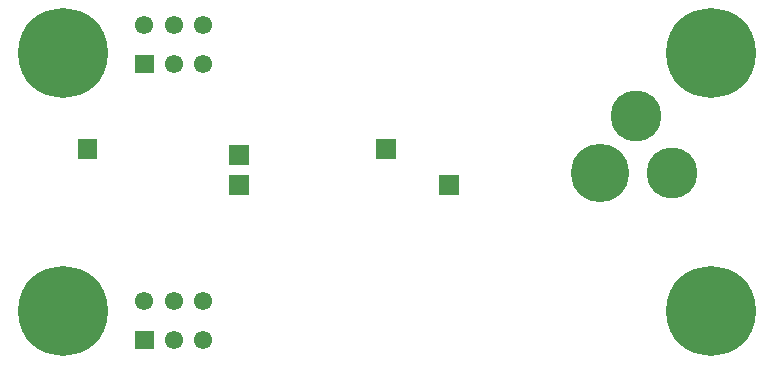
<source format=gbr>
G04 start of page 7 for group -4062 idx -4062 *
G04 Title: (unknown), soldermask *
G04 Creator: pcb 20140316 *
G04 CreationDate: Tue 13 Dec 2016 03:17:30 AM GMT UTC *
G04 For: railfan *
G04 Format: Gerber/RS-274X *
G04 PCB-Dimensions (mil): 2500.00 1200.00 *
G04 PCB-Coordinate-Origin: lower left *
%MOIN*%
%FSLAX25Y25*%
%LNBOTTOMMASK*%
%ADD54C,0.0610*%
%ADD53C,0.1950*%
%ADD52C,0.1700*%
%ADD51C,0.0001*%
%ADD50C,0.2997*%
G54D50*X233000Y103000D03*
G54D51*G36*
X121200Y74300D02*Y67700D01*
X127800D01*
Y74300D01*
X121200D01*
G37*
G36*
X142200Y62300D02*Y55700D01*
X148800D01*
Y62300D01*
X142200D01*
G37*
G54D52*X208000Y82000D03*
G54D50*X233000Y17000D03*
G54D53*X196000Y63000D03*
G54D52*X220000D03*
G54D50*X17000Y103000D03*
G54D51*G36*
X21700Y74300D02*Y67700D01*
X28300D01*
Y74300D01*
X21700D01*
G37*
G36*
X40950Y102558D02*Y96458D01*
X47050D01*
Y102558D01*
X40950D01*
G37*
G54D54*X44000Y112500D03*
G54D50*X17000Y17000D03*
G54D51*G36*
X72200Y72300D02*Y65700D01*
X78800D01*
Y72300D01*
X72200D01*
G37*
G36*
Y62300D02*Y55700D01*
X78800D01*
Y62300D01*
X72200D01*
G37*
G54D54*X53843Y99508D03*
X63685D03*
X53843Y112500D03*
X63685D03*
G54D51*G36*
X40950Y10550D02*Y4450D01*
X47050D01*
Y10550D01*
X40950D01*
G37*
G54D54*X53843Y7500D03*
X63685D03*
X44000Y20492D03*
X53843D03*
X63685D03*
M02*

</source>
